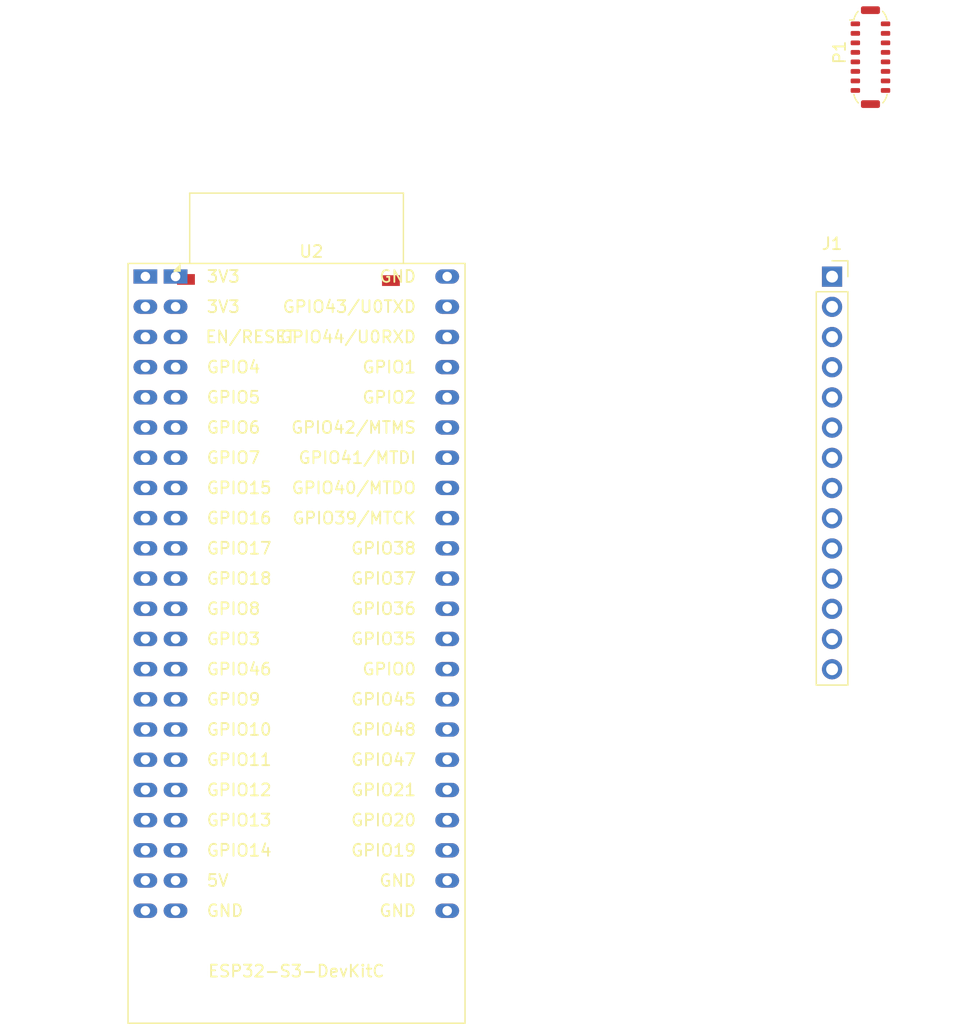
<source format=kicad_pcb>
(kicad_pcb (version 20240108) (generator "pcbnew") (generator_version "8.0")
  (layers (0 "F.Cu" signal) (31 "B.Cu" signal) (34 "B.Paste" user) (35 "F.Paste" user) (36 "B.SilkS" user "B.Silkscreen") (37 "F.SilkS" user "F.Silkscreen") (38 "B.Mask" user) (39 "F.Mask" user) (44 "Edge.Cuts" user))
  (net 0 "")
  (net 1 "Net-(P1-D+)")
  (net 2 "Net-(J1-Pin_2)")
  (net 7 "Net-(P1-D-)")
  (net 10 "Net-(U2-5V)")
  (net 12 "Net-(J1-Pin_13)")
  (net 14 "Net-(J1-Pin_12)")
  (net 15 "Net-(J1-Pin_1)")
  (net 16 "Net-(J1-Pin_5)")
  (net 20 "Net-(J1-Pin_11)")
  (net 21 "Net-(J1-Pin_4)")
  (net 32 "Net-(J1-Pin_10)")
  (net 34 "Net-(J1-Pin_3)")
  (footprint "Connector_USB:USB_C_Plug_ShenzhenJingTuoJin_918-118A2021Y40002_Vertical" (layer "F.Cu") (at 190.23 57.3)
    (property "Reference" "P1" (at -2.6 -0.4 90) (layer "F.SilkS"))
    (property "Value" "USB_C_Plug_USB2.0")
    (fp_line (start -1.74 -3.125) (end -1.4 -3.125) (stroke (width 0.12)) (layer "F.SilkS"))
    (fp_arc (start -1.4 -3.125) (mid -1.273005 -3.509003) (end -1.043045 -3.841725) (stroke (width 0.12)) (layer "F.SilkS"))
    (fp_arc (start -1.025 3.85) (mid -1.258743 3.520613) (end -1.389879 3.138598) (stroke (width 0.12)) (layer "F.SilkS"))
    (fp_arc (start 1.025 -3.85) (mid 1.258743 -3.520613) (end 1.389879 -3.138598) (stroke (width 0.12)) (layer "F.SilkS"))
    (fp_arc (start 1.4 3.125) (mid 1.273005 3.509002) (end 1.043045 3.841725) (stroke (width 0.12)) (layer "F.SilkS"))
    (pad "A1" smd roundrect (at -1.27 -2.8 90) (size 0.4 0.79) (layers "F.Cu" "F.Paste" "F.Mask") (net 2 "Net-(J1-Pin_2)"))
    (pad "A4" smd roundrect (at -1.27 -2 90) (size 0.4 0.79) (layers "F.Cu" "F.Paste" "F.Mask") (net 10 "Net-(U2-5V)"))
    (pad "A5" smd roundrect (at -1.27 -1.2 90) (size 0.4 0.79) (layers "F.Cu" "F.Paste" "F.Mask"))
    (pad "A6" smd roundrect (at -1.27 -0.4 90) (size 0.4 0.79) (layers "F.Cu" "F.Paste" "F.Mask") (net 1 "Net-(P1-D+)"))
    (pad "A7" smd roundrect (at -1.27 0.4 90) (size 0.4 0.79) (layers "F.Cu" "F.Paste" "F.Mask") (net 7 "Net-(P1-D-)"))
    (pad "A8" smd roundrect (at -1.27 1.2 90) (size 0.4 0.79) (layers "F.Cu" "F.Paste" "F.Mask"))
    (pad "A9" smd roundrect (at -1.27 2 90) (size 0.4 0.79) (layers "F.Cu" "F.Paste" "F.Mask") (net 10 "Net-(U2-5V)"))
    (pad "A12" smd roundrect (at -1.27 2.8 90) (size 0.4 0.79) (layers "F.Cu" "F.Paste" "F.Mask") (net 2 "Net-(J1-Pin_2)"))
    (pad "B1" smd roundrect (at 1.27 2.8 90) (size 0.4 0.79) (layers "F.Cu" "F.Paste" "F.Mask") (net 2 "Net-(J1-Pin_2)"))
    (pad "B4" smd roundrect (at 1.27 2 90) (size 0.4 0.79) (layers "F.Cu" "F.Paste" "F.Mask") (net 10 "Net-(U2-5V)"))
    (pad "B5" smd roundrect (at 1.27 1.2 90) (size 0.4 0.79) (layers "F.Cu" "F.Paste" "F.Mask"))
    (pad "B6" smd roundrect (at 1.27 0.4 90) (size 0.4 0.79) (layers "F.Cu" "F.Paste" "F.Mask"))
    (pad "B7" smd roundrect (at 1.27 -0.4 90) (size 0.4 0.79) (layers "F.Cu" "F.Paste" "F.Mask"))
    (pad "B8" smd roundrect (at 1.27 -1.2 90) (size 0.4 0.79) (layers "F.Cu" "F.Paste" "F.Mask"))
    (pad "B9" smd roundrect (at 1.27 -2 90) (size 0.4 0.79) (layers "F.Cu" "F.Paste" "F.Mask") (net 10 "Net-(U2-5V)"))
    (pad "B12" smd roundrect (at 1.27 -2.8 90) (size 0.4 0.79) (layers "F.Cu" "F.Paste" "F.Mask") (net 2 "Net-(J1-Pin_2)"))
    (pad "S1" smd roundrect (at 0 -3.95 90) (size 0.65 1.6) (layers "F.Cu" "F.Paste" "F.Mask"))
    (pad "S1" smd roundrect (at 0 3.95 90) (size 0.65 1.6) (layers "F.Cu" "F.Paste" "F.Mask"))
  )
  (footprint "Connector_PinSocket_2.54mm:PinSocket_1x14_P2.54mm_Vertical" (layer "F.Cu") (at 187 75.76)
    (property "Reference" "J1" (at 0 -2.77 0) (layer "F.SilkS"))
    (property "Value" "Conn_01x14_Socket")
    (fp_line (start -1.33 1.27) (end -1.33 34.35) (stroke (width 0.12)) (layer "F.SilkS"))
    (fp_line (start -1.33 1.27) (end 1.33 1.27) (stroke (width 0.12)) (layer "F.SilkS"))
    (fp_line (start -1.33 34.35) (end 1.33 34.35) (stroke (width 0.12)) (layer "F.SilkS"))
    (fp_line (start 0 -1.33) (end 1.33 -1.33) (stroke (width 0.12)) (layer "F.SilkS"))
    (fp_line (start 1.33 -1.33) (end 1.33 0) (stroke (width 0.12)) (layer "F.SilkS"))
    (fp_line (start 1.33 1.27) (end 1.33 34.35) (stroke (width 0.12)) (layer "F.SilkS"))
    (pad "1" thru_hole rect (at 0 0) (size 1.7 1.7) (drill 1) (layers "*.Cu" "*.Mask") (net 15 "Net-(J1-Pin_1)"))
    (pad "2" thru_hole oval (at 0 2.54) (size 1.7 1.7) (drill 1) (layers "*.Cu" "*.Mask") (net 2 "Net-(J1-Pin_2)"))
    (pad "3" thru_hole oval (at 0 5.08) (size 1.7 1.7) (drill 1) (layers "*.Cu" "*.Mask") (net 34 "Net-(J1-Pin_3)"))
    (pad "4" thru_hole oval (at 0 7.62) (size 1.7 1.7) (drill 1) (layers "*.Cu" "*.Mask") (net 21 "Net-(J1-Pin_4)"))
    (pad "5" thru_hole oval (at 0 10.16) (size 1.7 1.7) (drill 1) (layers "*.Cu" "*.Mask") (net 16 "Net-(J1-Pin_5)"))
    (pad "6" thru_hole oval (at 0 12.7) (size 1.7 1.7) (drill 1) (layers "*.Cu" "*.Mask") (net 14 "Net-(J1-Pin_12)"))
    (pad "7" thru_hole oval (at 0 15.24) (size 1.7 1.7) (drill 1) (layers "*.Cu" "*.Mask") (net 32 "Net-(J1-Pin_10)"))
    (pad "8" thru_hole oval (at 0 17.78) (size 1.7 1.7) (drill 1) (layers "*.Cu" "*.Mask") (net 15 "Net-(J1-Pin_1)"))
    (pad "9" thru_hole oval (at 0 20.32) (size 1.7 1.7) (drill 1) (layers "*.Cu" "*.Mask"))
    (pad "10" thru_hole oval (at 0 22.86) (size 1.7 1.7) (drill 1) (layers "*.Cu" "*.Mask") (net 32 "Net-(J1-Pin_10)"))
    (pad "11" thru_hole oval (at 0 25.4) (size 1.7 1.7) (drill 1) (layers "*.Cu" "*.Mask") (net 20 "Net-(J1-Pin_11)"))
    (pad "12" thru_hole oval (at 0 27.94) (size 1.7 1.7) (drill 1) (layers "*.Cu" "*.Mask") (net 14 "Net-(J1-Pin_12)"))
    (pad "13" thru_hole oval (at 0 30.48) (size 1.7 1.7) (drill 1) (layers "*.Cu" "*.Mask") (net 12 "Net-(J1-Pin_13)"))
    (pad "14" thru_hole oval (at 0 33.02) (size 1.7 1.7) (drill 1) (layers "*.Cu" "*.Mask"))
  )
  (footprint "Library:ESP32-S3-DevKitC" (layer "F.Cu") (at 152.5 87)
    (property "Reference" "U2" (at -9.32 -13.35 0) (layer "F.SilkS"))
    (property "Value" "ESP32-S3-DevKitC" (at -10.59 47.17 180) (layer "F.SilkS"))
    (fp_line (start -24.75 -12.35) (end -24.75 51.54728) (stroke (width 0.12)) (layer "F.SilkS"))
    (fp_line (start -24.75 51.54728) (end 3.609999 51.54728) (stroke (width 0.12)) (layer "F.SilkS"))
    (fp_line (start -19.55988 -18.26312) (end -1.57668 -18.26312) (stroke (width 0.12)) (layer "F.SilkS"))
    (fp_line (start -19.55988 -12.37032) (end -19.55988 -18.26312) (stroke (width 0.12)) (layer "F.SilkS"))
    (fp_line (start -1.57668 -18.26312) (end -1.57668 -12.37032) (stroke (width 0.12)) (layer "F.SilkS"))
    (fp_line (start 3.609999 51.54728) (end 3.61 -12.35) (stroke (width 0.12)) (layer "F.SilkS"))
    (fp_line (start 3.61 -12.35) (end -24.75 -12.35) (stroke (width 0.12)) (layer "F.SilkS"))
    (fp_poly (pts (xy -20.375 -11.705) (xy -20.875 -11.705) (xy -20.375 -12.205) (xy -20.375 -11.705)) (stroke (width 0.12)) (fill solid) (layer "F.SilkS"))
    (fp_text user "GPIO1" (at -0.43 -3.63 0) (layer "F.SilkS") (effects (justify right)))
    (fp_text user "GPIO46" (at -18.21 21.77 0) (layer "F.SilkS") (effects (justify left)))
    (fp_text user "GPIO7" (at -18.21 3.99 0) (layer "F.SilkS") (effects (justify left)))
    (fp_text user "GPIO44/U0RXD" (at -0.43 -6.17 0) (layer "F.SilkS") (effects (justify right)))
    (fp_text user "GPIO39/MTCK" (at -0.43 9.07 0) (layer "F.SilkS") (effects (justify right)))
    (fp_text user "GPIO16" (at -18.21 9.07 0) (layer "F.SilkS") (effects (justify left)))
    (fp_text user "GPIO11" (at -18.21 29.39 0) (layer "F.SilkS") (effects (justify left)))
    (fp_text user "GPIO2" (at -0.43 -1.09 0) (layer "F.SilkS") (effects (justify right)))
    (fp_text user "GPIO3" (at -18.21 19.23 0) (layer "F.SilkS") (effects (justify left)))
    (fp_text user "GPIO45" (at -0.43 24.31 0) (layer "F.SilkS") (effects (justify right)))
    (fp_text user "GPIO35" (at -0.43 19.23 0) (layer "F.SilkS") (effects (justify right)))
    (fp_text user "GPIO38" (at -0.43 11.61 0) (layer "F.SilkS") (effects (justify right)))
    (fp_text user "GPIO13" (at -18.21 34.47 0) (layer "F.SilkS") (effects (justify left)))
    (fp_text user "GPIO18" (at -18.21 14.15 0) (layer "F.SilkS") (effects (justify left)))
    (fp_text user "GPIO4" (at -18.21 -3.63 0) (layer "F.SilkS") (effects (justify left)))
    (fp_text user "GPIO41/MTDI" (at -0.43 3.99 0) (layer "F.SilkS") (effects (justify right)))
    (fp_text user "GPIO12" (at -18.21 31.93 0) (layer "F.SilkS") (effects (justify left)))
    (fp_text user "GND" (at -0.43 42.09 0) (layer "F.SilkS") (effects (justify right)))
    (fp_text user "GPIO43/U0TXD" (at -0.43 -8.71 0) (layer "F.SilkS") (effects (justify right)))
    (fp_text user "GPIO17" (at -18.21 11.61 0) (layer "F.SilkS") (effects (justify left)))
    (fp_text user "GPIO42/MTMS" (at -0.43 1.45 0) (layer "F.SilkS") (effects (justify right)))
    (fp_text user "GPIO5" (at -18.21 -1.09 0) (layer "F.SilkS") (effects (justify left)))
    (fp_text user "3V3" (at -18.21 -8.71 0) (layer "F.SilkS") (effects (justify left)))
    (fp_text user "GND" (at -0.43 39.55 0) (layer "F.SilkS") (effects (justify right)))
    (fp_text user "GPIO37" (at -0.43 14.15 0) (layer "F.SilkS") (effects (justify right)))
    (fp_text user "GPIO20" (at -0.43 34.47 0) (layer "F.SilkS") (effects (justify right)))
    (fp_text user "GPIO8" (at -18.21 16.69 0) (layer "F.SilkS") (effects (justify left)))
    (fp_text user "5V" (at -18.21 39.54728 0) (layer "F.SilkS") (effects (justify left)))
    (fp_text user "EN/RESET" (at -10.59368 -6.17272 0) (layer "F.SilkS") (effects (justify right)))
    (fp_text user "GPIO10" (at -18.21 26.85 0) (layer "F.SilkS") (effects (justify left)))
    (fp_text user "GPIO0" (at -0.43 21.77 0) (layer "F.SilkS") (effects (justify right)))
    (fp_text user "GND" (at -0.43 -11.25 0) (layer "F.SilkS") (effects (justify right)))
    (fp_text user "GPIO47" (at -0.43 29.39 0) (layer "F.SilkS") (effects (justify right)))
    (fp_text user "GPIO19" (at -0.43 37.01 0) (layer "F.SilkS") (effects (justify right)))
    (fp_text user "3V3" (at -18.21 -11.25 0) (layer "F.SilkS") (effects (justify left)))
    (fp_text user "GPIO36" (at -0.43 16.69 0) (layer "F.SilkS") (effects (justify right)))
    (fp_text user "GPIO48" (at -0.43 26.85 0) (layer "F.SilkS") (effects (justify right)))
    (fp_text user "GPIO9" (at -18.21 24.31 0) (layer "F.SilkS") (effects (justify left)))
    (fp_text user "GND" (at -18.21 42.09 0) (layer "F.SilkS") (effects (justify left)))
    (fp_text user "GPIO21" (at -0.43 31.93 0) (layer "F.SilkS") (effects (justify right)))
    (fp_text user "GPIO40/MTDO" (at -0.43 6.53 0) (layer "F.SilkS") (effects (justify right)))
    (fp_text user "GPIO6" (at -18.21 1.45 0) (layer "F.SilkS") (effects (justify left)))
    (fp_text user "GPIO14" (at -18.21 37.01 0) (layer "F.SilkS") (effects (justify left)))
    (fp_text user "GPIO15" (at -18.21 6.53 0) (layer "F.SilkS") (effects (justify left)))
    (pad "1" thru_hole rect (at -23.29 -11.25 270) (size 1.2 2) (drill 0.8) (layers "*.Cu" "*.Mask") (net 15 "Net-(J1-Pin_1)"))
    (pad "1" thru_hole rect (at -20.75 -11.25 270) (size 1.2 2) (drill 0.8) (layers "*.Cu" "*.Mask") (net 15 "Net-(J1-Pin_1)"))
    (pad "1" smd rect (at -19.875 -11.005) (size 1.5 0.9) (layers "F.Cu" "F.Paste" "F.Mask") (net 15 "Net-(J1-Pin_1)"))
    (pad "2" thru_hole oval (at -23.29 -8.71 270) (size 1.2 2) (drill 0.8) (layers "*.Cu" "*.Mask") (net 15 "Net-(J1-Pin_1)"))
    (pad "2" thru_hole oval (at -20.75 -8.71 270) (size 1.2 2) (drill 0.8) (layers "*.Cu" "*.Mask") (net 15 "Net-(J1-Pin_1)"))
    (pad "3" thru_hole oval (at -23.29 -6.17 270) (size 1.2 2) (drill 0.8) (layers "*.Cu" "*.Mask"))
    (pad "3" thru_hole oval (at -20.75 -6.17 270) (size 1.2 2) (drill 0.8) (layers "*.Cu" "*.Mask"))
    (pad "4" thru_hole oval (at -23.29 -3.63 270) (size 1.2 2) (drill 0.8) (layers "*.Cu" "*.Mask"))
    (pad "4" thru_hole oval (at -20.75 -3.63 270) (size 1.2 2) (drill 0.8) (layers "*.Cu" "*.Mask"))
    (pad "5" thru_hole oval (at -23.29 -1.09 270) (size 1.2 2) (drill 0.8) (layers "*.Cu" "*.Mask"))
    (pad "5" thru_hole oval (at -20.75 -1.09 270) (size 1.2 2) (drill 0.8) (layers "*.Cu" "*.Mask"))
    (pad "6" thru_hole oval (at -23.29 1.45 270) (size 1.2 2) (drill 0.8) (layers "*.Cu" "*.Mask"))
    (pad "6" thru_hole oval (at -20.75 1.45 270) (size 1.2 2) (drill 0.8) (layers "*.Cu" "*.Mask"))
    (pad "7" thru_hole oval (at -23.29 3.99 270) (size 1.2 2) (drill 0.8) (layers "*.Cu" "*.Mask"))
    (pad "7" thru_hole oval (at -20.75 3.99 270) (size 1.2 2) (drill 0.8) (layers "*.Cu" "*.Mask"))
    (pad "8" thru_hole oval (at -23.29 6.53 270) (size 1.2 2) (drill 0.8) (layers "*.Cu" "*.Mask") (net 7 "Net-(P1-D-)"))
    (pad "8" thru_hole oval (at -20.75 6.53 270) (size 1.2 2) (drill 0.8) (layers "*.Cu" "*.Mask") (net 7 "Net-(P1-D-)"))
    (pad "9" thru_hole oval (at -23.29 9.07 270) (size 1.2 2) (drill 0.8) (layers "*.Cu" "*.Mask") (net 1 "Net-(P1-D+)"))
    (pad "9" thru_hole oval (at -20.75 9.07 270) (size 1.2 2) (drill 0.8) (layers "*.Cu" "*.Mask") (net 1 "Net-(P1-D+)"))
    (pad "10" thru_hole oval (at -23.29 11.61 270) (size 1.2 2) (drill 0.8) (layers "*.Cu" "*.Mask"))
    (pad "10" thru_hole oval (at -20.75 11.61 270) (size 1.2 2) (drill 0.8) (layers "*.Cu" "*.Mask"))
    (pad "11" thru_hole oval (at -23.29 14.15 270) (size 1.2 2) (drill 0.8) (layers "*.Cu" "*.Mask"))
    (pad "11" thru_hole oval (at -20.75 14.15 270) (size 1.2 2) (drill 0.8) (layers "*.Cu" "*.Mask"))
    (pad "12" thru_hole oval (at -23.29 16.69 270) (size 1.2 2) (drill 0.8) (layers "*.Cu" "*.Mask"))
    (pad "12" thru_hole oval (at -20.75 16.69 270) (size 1.2 2) (drill 0.8) (layers "*.Cu" "*.Mask"))
    (pad "13" thru_hole oval (at -23.29 19.23 270) (size 1.2 2) (drill 0.8) (layers "*.Cu" "*.Mask"))
    (pad "13" thru_hole oval (at -20.75 19.23 270) (size 1.2 2) (drill 0.8) (layers "*.Cu" "*.Mask"))
    (pad "14" thru_hole oval (at -23.29 21.77 270) (size 1.2 2) (drill 0.8) (layers "*.Cu" "*.Mask"))
    (pad "14" thru_hole oval (at -20.75 21.77 270) (size 1.2 2) (drill 0.8) (layers "*.Cu" "*.Mask"))
    (pad "15" thru_hole oval (at -23.29 24.31 270) (size 1.2 2) (drill 0.8) (layers "*.Cu" "*.Mask"))
    (pad "15" thru_hole oval (at -20.75 24.31 270) (size 1.2 2) (drill 0.8) (layers "*.Cu" "*.Mask"))
    (pad "16" thru_hole oval (at -23.29 26.85 270) (size 1.2 2) (drill 0.8) (layers "*.Cu" "*.Mask"))
    (pad "16" thru_hole oval (at -20.75 26.85 270) (size 1.2 2) (drill 0.8) (layers "*.Cu" "*.Mask"))
    (pad "17" thru_hole oval (at -23.29 29.39 270) (size 1.2 2) (drill 0.8) (layers "*.Cu" "*.Mask"))
    (pad "17" thru_hole oval (at -20.75 29.39 270) (size 1.2 2) (drill 0.8) (layers "*.Cu" "*.Mask"))
    (pad "18" thru_hole oval (at -23.29 31.93 270) (size 1.2 2) (drill 0.8) (layers "*.Cu" "*.Mask"))
    (pad "18" thru_hole oval (at -20.75 31.93 270) (size 1.2 2) (drill 0.8) (layers "*.Cu" "*.Mask"))
    (pad "19" thru_hole oval (at -23.29 34.47 270) (size 1.2 2) (drill 0.8) (layers "*.Cu" "*.Mask"))
    (pad "19" thru_hole oval (at -20.75 34.47 270) (size 1.2 2) (drill 0.8) (layers "*.Cu" "*.Mask"))
    (pad "20" thru_hole oval (at -23.29368 37.00728 270) (size 1.2 2) (drill 0.8) (layers "*.Cu" "*.Mask"))
    (pad "20" thru_hole oval (at -20.75368 37.00728 270) (size 1.2 2) (drill 0.8) (layers "*.Cu" "*.Mask"))
    (pad "21" thru_hole oval (at -23.29368 39.54728 270) (size 1.2 2) (drill 0.8) (layers "*.Cu" "*.Mask") (net 10 "Net-(U2-5V)"))
    (pad "21" thru_hole oval (at -20.75368 39.54728 270) (size 1.2 2) (drill 0.8) (layers "*.Cu" "*.Mask") (net 10 "Net-(U2-5V)"))
    (pad "22" thru_hole oval (at -23.29368 42.08728 270) (size 1.2 2) (drill 0.8) (layers "*.Cu" "*.Mask") (net 2 "Net-(J1-Pin_2)"))
    (pad "22" thru_hole oval (at -20.75368 42.08728 270) (size 1.2 2) (drill 0.8) (layers "*.Cu" "*.Mask") (net 2 "Net-(J1-Pin_2)"))
    (pad "23" thru_hole oval (at 2.11 42.09 270) (size 1.2 2) (drill 0.8) (layers "*.Cu" "*.Mask") (net 2 "Net-(J1-Pin_2)"))
    (pad "24" thru_hole oval (at 2.11 39.55 270) (size 1.2 2) (drill 0.8) (layers "*.Cu" "*.Mask") (net 2 "Net-(J1-Pin_2)"))
    (pad "25" thru_hole oval (at 2.11 37.01 270) (size 1.2 2) (drill 0.8) (layers "*.Cu" "*.Mask") (net 1 "Net-(P1-D+)"))
    (pad "26" thru_hole oval (at 2.11 34.47 270) (size 1.2 2) (drill 0.8) (layers "*.Cu" "*.Mask") (net 7 "Net-(P1-D-)"))
    (pad "27" thru_hole oval (at 2.11 31.93 270) (size 1.2 2) (drill 0.8) (layers "*.Cu" "*.Mask"))
    (pad "28" thru_hole oval (at 2.11 29.39 270) (size 1.2 2) (drill 0.8) (layers "*.Cu" "*.Mask"))
    (pad "29" thru_hole oval (at 2.11 26.85 270) (size 1.2 2) (drill 0.8) (layers "*.Cu" "*.Mask"))
    (pad "30" thru_hole oval (at 2.11 24.31 270) (size 1.2 2) (drill 0.8) (layers "*.Cu" "*.Mask"))
    (pad "31" thru_hole oval (at 2.11 21.77 270) (size 1.2 2) (drill 0.8) (layers "*.Cu" "*.Mask"))
    (pad "32" thru_hole oval (at 2.11 19.23 270) (size 1.2 2) (drill 0.8) (layers "*.Cu" "*.Mask"))
    (pad "33" thru_hole oval (at 2.11 16.69 270) (size 1.2 2) (drill 0.8) (layers "*.Cu" "*.Mask"))
    (pad "34" thru_hole oval (at 2.11 14.15 270) (size 1.2 2) (drill 0.8) (layers "*.Cu" "*.Mask"))
    (pad "35" thru_hole oval (at 2.11 11.61 270) (size 1.2 2) (drill 0.8) (layers "*.Cu" "*.Mask") (net 20 "Net-(J1-Pin_11)"))
    (pad "36" thru_hole oval (at 2.11 9.07 270) (size 1.2 2) (drill 0.8) (layers "*.Cu" "*.Mask") (net 12 "Net-(J1-Pin_13)"))
    (pad "37" thru_hole oval (at 2.11 6.53 270) (size 1.2 2) (drill 0.8) (layers "*.Cu" "*.Mask") (net 32 "Net-(J1-Pin_10)"))
    (pad "38" thru_hole oval (at 2.11 3.99 270) (size 1.2 2) (drill 0.8) (layers "*.Cu" "*.Mask") (net 14 "Net-(J1-Pin_12)"))
    (pad "39" thru_hole oval (at 2.11 1.45 270) (size 1.2 2) (drill 0.8) (layers "*.Cu" "*.Mask") (net 16 "Net-(J1-Pin_5)"))
    (pad "40" thru_hole oval (at 2.11 -1.09 270) (size 1.2 2) (drill 0.8) (layers "*.Cu" "*.Mask") (net 21 "Net-(J1-Pin_4)"))
    (pad "41" thru_hole oval (at 2.11 -3.63 270) (size 1.2 2) (drill 0.8) (layers "*.Cu" "*.Mask") (net 34 "Net-(J1-Pin_3)"))
    (pad "42" smd rect (at -2.625 -10.905) (size 1.5 0.9) (layers "F.Cu" "F.Paste" "F.Mask"))
    (pad "42" thru_hole oval (at 2.11 -6.17 270) (size 1.2 2) (drill 0.8) (layers "*.Cu" "*.Mask"))
    (pad "43" thru_hole oval (at 2.11 -8.71 270) (size 1.2 2) (drill 0.8) (layers "*.Cu" "*.Mask"))
    (pad "44" thru_hole oval (at 2.11 -11.25 270) (size 1.2 2) (drill 0.8) (layers "*.Cu" "*.Mask") (net 2 "Net-(J1-Pin_2)"))
  )
)
</source>
